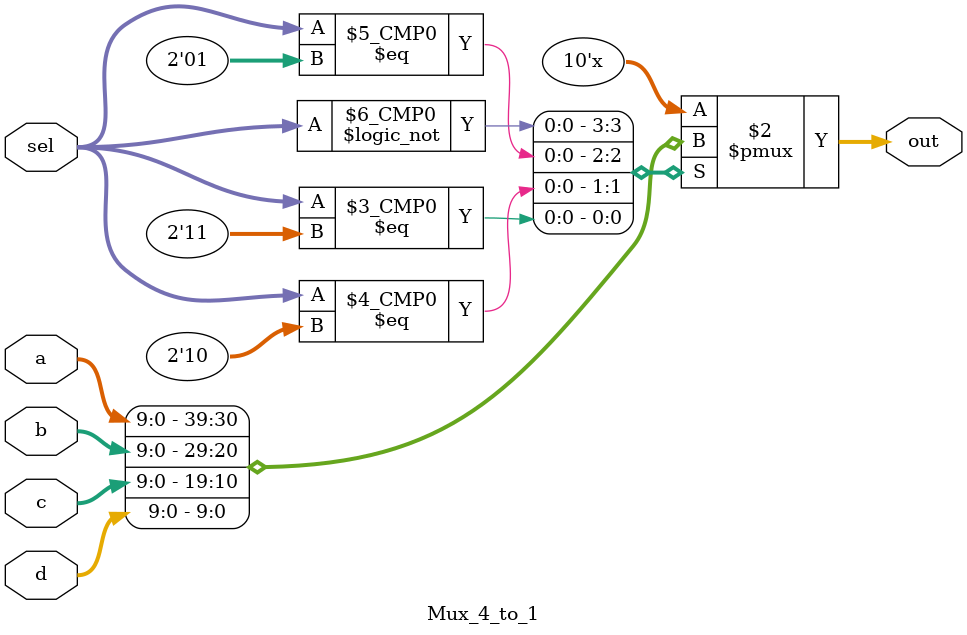
<source format=v>
`timescale 1ns / 1ps


module Mux_4_to_1(
    input [9:0] a, 
    input [9:0] b, 
    input [9:0] c, 
    input [9:0] d,
    input [1:0] sel,
    output reg [9:0] out
    );
    
    always @(a, b, c, d, sel) begin
        case (sel)
            2'b00 : out <= a;
            2'b01 : out <= b;
            2'b10 : out <= c;
            2'b11 : out <= d;
            default : out <= d;
        endcase
    end
endmodule

</source>
